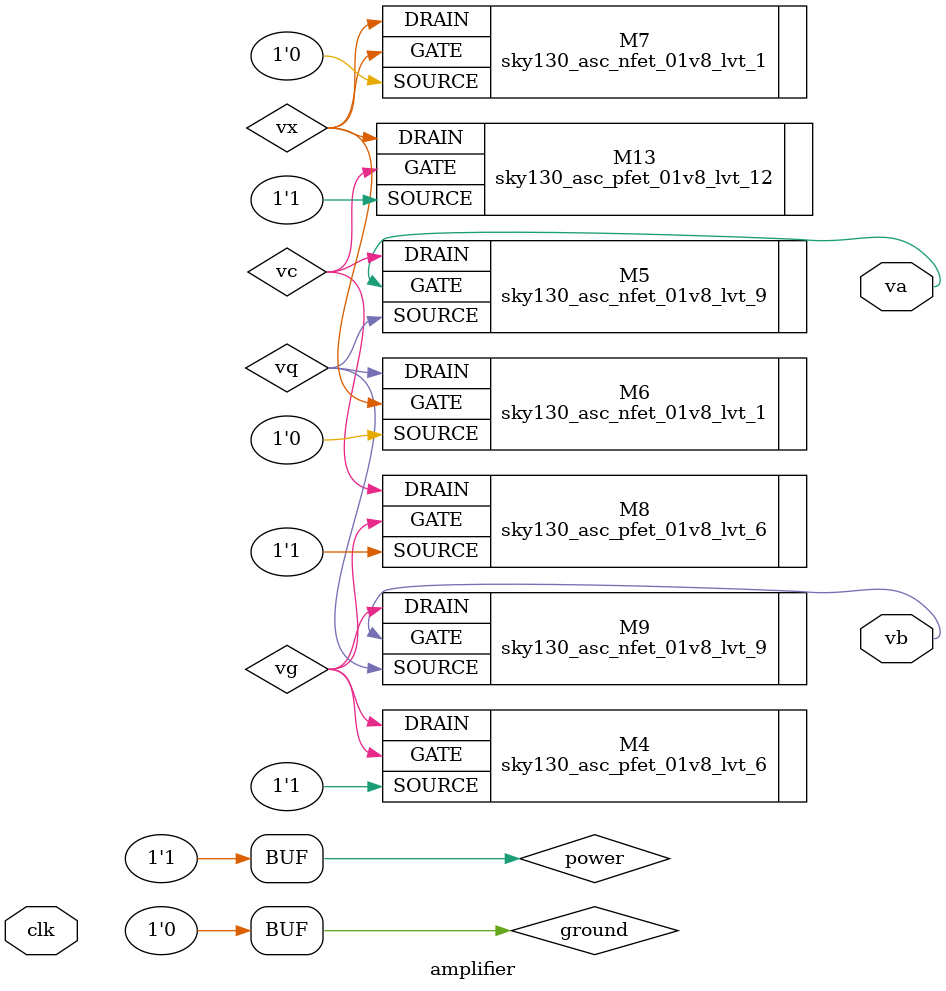
<source format=v>
module amplifier (
    input clk,
    output va,
    output vb
 );
 supply1 power;
 supply0 ground;
 wire vg, vq, vc, vx;

 sky130_asc_pfet_01v8_lvt_6 M4 (
     .GATE(vg),
     .SOURCE(power),
     .DRAIN(vg)
 );

 sky130_asc_pfet_01v8_lvt_6 M8 (
     .GATE(vg),
     .SOURCE(power),
     .DRAIN(vc)
 );

 sky130_asc_nfet_01v8_lvt_9 M9 (
     .GATE(vb),
     .SOURCE(vq),
     .DRAIN(vg)
 );

 sky130_asc_nfet_01v8_lvt_9 M5 (
     .GATE(va),
     .SOURCE(vq),
     .DRAIN(vc)
 );

 sky130_asc_nfet_01v8_lvt_1 M6 (
     .GATE(vx),
     .SOURCE(ground),
     .DRAIN(vq)
 );

 sky130_asc_nfet_01v8_lvt_1 M7 (
     .GATE(vx),
     .SOURCE(ground),
     .DRAIN(vx)
 );

 sky130_asc_pfet_01v8_lvt_12 M13 (
     .GATE(vc),
     .SOURCE(power),
     .DRAIN(vx)
 );

endmodule
</source>
